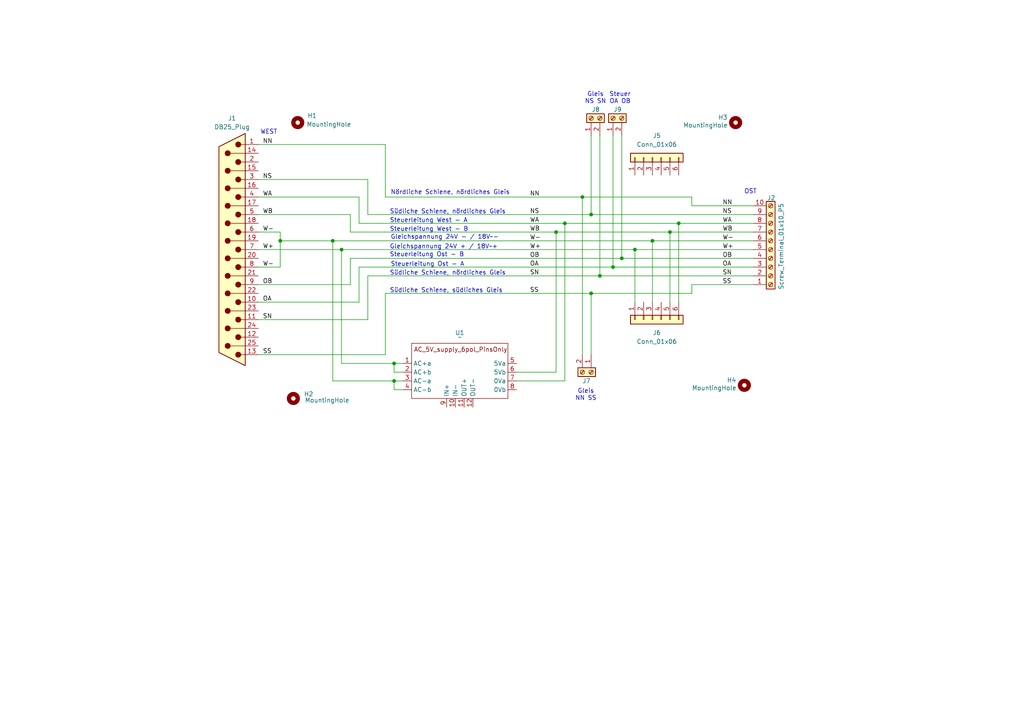
<source format=kicad_sch>
(kicad_sch (version 20231120) (generator "eeschema") (generator_version "8.0")
  (paper "A4")
  (lib_symbols
    (symbol "Connector:DB25_Plug" (pin_names (offset 1.016) hide)
      (property "Reference" "J" (at 0 34.29 0))
      (property "Value" "DB25_Plug" (at 0 -34.925 0))
      (symbol "DB25_Plug_0_1"
        (circle (center -1.778 -30.48) (radius 0.762) (fill (type outline)))
        (circle (center -1.778 -25.4) (radius 0.762) (fill (type outline)))
        (circle (center -1.778 -20.32) (radius 0.762) (fill (type outline)))
        (circle (center -1.778 -15.24) (radius 0.762) (fill (type outline)))
        (circle (center -1.778 -10.16) (radius 0.762) (fill (type outline)))
        (circle (center -1.778 -5.08) (radius 0.762) (fill (type outline)))
        (circle (center -1.778 0) (radius 0.762) (fill (type outline)))
        (circle (center -1.778 5.08) (radius 0.762) (fill (type outline)))
        (circle (center -1.778 10.16) (radius 0.762) (fill (type outline)))
        (circle (center -1.778 15.24) (radius 0.762) (fill (type outline)))
        (circle (center -1.778 20.32) (radius 0.762) (fill (type outline)))
        (circle (center -1.778 25.4) (radius 0.762) (fill (type outline)))
        (circle (center -1.778 30.48) (radius 0.762) (fill (type outline)))
        (polyline (pts (xy -3.81 -30.48) (xy -2.54 -30.48)))
        (polyline (pts (xy -3.81 -27.94) (xy 0.508 -27.94)))
        (polyline (pts (xy -3.81 -25.4) (xy -2.54 -25.4)))
        (polyline (pts (xy -3.81 -22.86) (xy 0.508 -22.86)))
        (polyline (pts (xy -3.81 -20.32) (xy -2.54 -20.32)))
        (polyline (pts (xy -3.81 -17.78) (xy 0.508 -17.78)))
        (polyline (pts (xy -3.81 -15.24) (xy -2.54 -15.24)))
        (polyline (pts (xy -3.81 -12.7) (xy 0.508 -12.7)))
        (polyline (pts (xy -3.81 -10.16) (xy -2.54 -10.16)))
        (polyline (pts (xy -3.81 -7.62) (xy 0.508 -7.62)))
        (polyline (pts (xy -3.81 -5.08) (xy -2.54 -5.08)))
        (polyline (pts (xy -3.81 -2.54) (xy 0.508 -2.54)))
        (polyline (pts (xy -3.81 0) (xy -2.54 0)))
        (polyline (pts (xy -3.81 2.54) (xy 0.508 2.54)))
        (polyline (pts (xy -3.81 5.08) (xy -2.54 5.08)))
        (polyline (pts (xy -3.81 7.62) (xy 0.508 7.62)))
        (polyline (pts (xy -3.81 10.16) (xy -2.54 10.16)))
        (polyline (pts (xy -3.81 12.7) (xy 0.508 12.7)))
        (polyline (pts (xy -3.81 15.24) (xy -2.54 15.24)))
        (polyline (pts (xy -3.81 17.78) (xy 0.508 17.78)))
        (polyline (pts (xy -3.81 20.32) (xy -2.54 20.32)))
        (polyline (pts (xy -3.81 22.86) (xy 0.508 22.86)))
        (polyline (pts (xy -3.81 25.4) (xy -2.54 25.4)))
        (polyline (pts (xy -3.81 27.94) (xy 0.508 27.94)))
        (polyline (pts (xy -3.81 30.48) (xy -2.54 30.48)))
        (polyline (pts (xy -3.81 -33.655) (xy 3.81 -29.845) (xy 3.81 29.845) (xy -3.81 33.655) (xy -3.81 -33.655)) (stroke (width 0.254)) (fill (type background)))
        (circle (center 1.27 -27.94) (radius 0.762) (fill (type outline)))
        (circle (center 1.27 -22.86) (radius 0.762) (fill (type outline)))
        (circle (center 1.27 -17.78) (radius 0.762) (fill (type outline)))
        (circle (center 1.27 -12.7) (radius 0.762) (fill (type outline)))
        (circle (center 1.27 -7.62) (radius 0.762) (fill (type outline)))
        (circle (center 1.27 -2.54) (radius 0.762) (fill (type outline)))
        (circle (center 1.27 2.54) (radius 0.762) (fill (type outline)))
        (circle (center 1.27 7.62) (radius 0.762) (fill (type outline)))
        (circle (center 1.27 12.7) (radius 0.762) (fill (type outline)))
        (circle (center 1.27 17.78) (radius 0.762) (fill (type outline)))
        (circle (center 1.27 22.86) (radius 0.762) (fill (type outline)))
        (circle (center 1.27 27.94) (radius 0.762) (fill (type outline)))
      )
      (symbol "DB25_Plug_1_1"
        (pin passive line (at -7.62 -30.48 0) (length 3.81) (name "1") (number "1"))
        (pin passive line (at -7.62 15.24 0) (length 3.81) (name "10") (number "10"))
        (pin passive line (at -7.62 20.32 0) (length 3.81) (name "11") (number "11"))
        (pin passive line (at -7.62 25.4 0) (length 3.81) (name "12") (number "12"))
        (pin passive line (at -7.62 30.48 0) (length 3.81) (name "13") (number "13"))
        (pin passive line (at -7.62 -27.94 0) (length 3.81) (name "P14") (number "14"))
        (pin passive line (at -7.62 -22.86 0) (length 3.81) (name "P15") (number "15"))
        (pin passive line (at -7.62 -17.78 0) (length 3.81) (name "P16") (number "16"))
        (pin passive line (at -7.62 -12.7 0) (length 3.81) (name "P17") (number "17"))
        (pin passive line (at -7.62 -7.62 0) (length 3.81) (name "P18") (number "18"))
        (pin passive line (at -7.62 -2.54 0) (length 3.81) (name "P19") (number "19"))
        (pin passive line (at -7.62 -25.4 0) (length 3.81) (name "2") (number "2"))
        (pin passive line (at -7.62 2.54 0) (length 3.81) (name "P20") (number "20"))
        (pin passive line (at -7.62 7.62 0) (length 3.81) (name "P21") (number "21"))
        (pin passive line (at -7.62 12.7 0) (length 3.81) (name "P22") (number "22"))
        (pin passive line (at -7.62 17.78 0) (length 3.81) (name "P23") (number "23"))
        (pin passive line (at -7.62 22.86 0) (length 3.81) (name "P24") (number "24"))
        (pin passive line (at -7.62 27.94 0) (length 3.81) (name "P25") (number "25"))
        (pin passive line (at -7.62 -20.32 0) (length 3.81) (name "3") (number "3"))
        (pin passive line (at -7.62 -15.24 0) (length 3.81) (name "4") (number "4"))
        (pin passive line (at -7.62 -10.16 0) (length 3.81) (name "5") (number "5"))
        (pin passive line (at -7.62 -5.08 0) (length 3.81) (name "6") (number "6"))
        (pin passive line (at -7.62 0 0) (length 3.81) (name "7") (number "7"))
        (pin passive line (at -7.62 5.08 0) (length 3.81) (name "8") (number "8"))
        (pin passive line (at -7.62 10.16 0) (length 3.81) (name "9") (number "9"))
      )
    )
    (symbol "Connector_Generic:Conn_01x06" (pin_names (offset 1.016) hide)
      (property "Reference" "J" (at 0 7.62 0))
      (property "Value" "Conn_01x06" (at 0 -10.16 0))
      (symbol "Conn_01x06_1_1"
        (rectangle (start -1.27 -7.493) (end 0 -7.747) (stroke (width 0.1524)))
        (rectangle (start -1.27 -4.953) (end 0 -5.207) (stroke (width 0.1524)))
        (rectangle (start -1.27 -2.413) (end 0 -2.667) (stroke (width 0.1524)))
        (rectangle (start -1.27 0.127) (end 0 -0.127) (stroke (width 0.1524)))
        (rectangle (start -1.27 2.667) (end 0 2.413) (stroke (width 0.1524)))
        (rectangle (start -1.27 5.207) (end 0 4.953) (stroke (width 0.1524)))
        (rectangle (start -1.27 6.35) (end 1.27 -8.89) (stroke (width 0.254)) (fill (type background)))
        (pin passive line (at -5.08 5.08 0) (length 3.81) (name "Pin_1") (number "1"))
        (pin passive line (at -5.08 2.54 0) (length 3.81) (name "Pin_2") (number "2"))
        (pin passive line (at -5.08 0 0) (length 3.81) (name "Pin_3") (number "3"))
        (pin passive line (at -5.08 -2.54 0) (length 3.81) (name "Pin_4") (number "4"))
        (pin passive line (at -5.08 -5.08 0) (length 3.81) (name "Pin_5") (number "5"))
        (pin passive line (at -5.08 -7.62 0) (length 3.81) (name "Pin_6") (number "6"))
      )
    )
    (symbol "Mechanical:MountingHole" (pin_names (offset 1.016)) (exclude_from_sim yes) (in_bom no)
      (property "Reference" "H" (at 0 5.08 0))
      (property "Value" "MountingHole" (at 0 3.175 0))
      (symbol "MountingHole_0_1"
        (circle (center 0 0) (radius 1.27) (stroke (width 1.27)))
      )
    )
    (symbol "_kh_library:AC_5V_supply_6pol"
      (property "Reference" "U" (at 16.256 7.112 0))
      (symbol "AC_5V_supply_6pol_0_1"
        (rectangle (start 2.54 5.842) (end 30.48 -10.16))
      )
      (symbol "AC_5V_supply_6pol_1_1"
        (text "AC_5V_supply_6pol_PinsOnly" (at 16.764 4.064 0) (effects (font (size 1.27 1.27))))
        (pin passive line (at 0 0 0) (length 2.54) (name "AC+a") (number "1"))
        (pin passive line (at 15.24 -12.7 90) (length 2.54) (name "IN-") (number "10"))
        (pin passive line (at 17.78 -12.7 90) (length 2.54) (name "OUT+") (number "11"))
        (pin passive line (at 20.32 -12.7 90) (length 2.54) (name "OUT-") (number "12"))
        (pin passive line (at 0 -2.54 0) (length 2.54) (name "AC+b") (number "2"))
        (pin passive line (at 0 -5.08 0) (length 2.54) (name "AC-a") (number "3"))
        (pin passive line (at 0 -7.62 0) (length 2.54) (name "AC-b") (number "4"))
        (pin passive line (at 33.02 0 180) (length 2.54) (name "5Va") (number "5"))
        (pin passive line (at 33.02 -2.54 180) (length 2.54) (name "5Vb") (number "6"))
        (pin passive line (at 33.02 -5.08 180) (length 2.54) (name "0Va") (number "7"))
        (pin passive line (at 33.02 -7.62 180) (length 2.54) (name "0Vb") (number "8"))
        (pin passive line (at 12.7 -12.7 90) (length 2.54) (name "IN+") (number "9"))
      )
    )
    (symbol "_kh_library:Screw_Terminal_01x02_P5" (pin_names (offset 1.016) hide)
      (property "Reference" "J" (at 2.286 0 0))
      (property "Value" "Screw_Terminal_01x02_P5" (at 6.35 -1.016 90))
      (symbol "Screw_Terminal_01x02_P5_1_1"
        (rectangle (start -1.27 1.27) (end 1.27 -3.81) (stroke (width 0.254)) (fill (type background)))
        (circle (center 0 -2.54) (radius 0.635) (stroke (width 0.1524)))
        (polyline (pts (xy -0.5334 -2.2098) (xy 0.3302 -3.048)) (stroke (width 0.1524)))
        (polyline (pts (xy -0.5334 0.3302) (xy 0.3302 -0.508)) (stroke (width 0.1524)))
        (polyline (pts (xy -0.3556 -2.032) (xy 0.508 -2.8702)) (stroke (width 0.1524)))
        (polyline (pts (xy -0.3556 0.508) (xy 0.508 -0.3302)) (stroke (width 0.1524)))
        (circle (center 0 0) (radius 0.635) (stroke (width 0.1524)))
        (pin passive line (at -5.08 0 0) (length 3.81) (name "Pin_1") (number "1"))
        (pin passive line (at -5.08 -2.54 0) (length 3.81) (name "Pin_2") (number "2"))
      )
    )
    (symbol "_kh_library:Screw_Terminal_01x10_P5" (pin_names (offset 1.016) hide)
      (property "Reference" "J" (at 0 12.7 0))
      (property "Value" "Screw_Terminal_01x10_P5" (at 3.556 -1.016 90))
      (symbol "Screw_Terminal_01x10_P5_1_1"
        (rectangle (start -1.27 11.43) (end 1.27 -13.97) (stroke (width 0.254)) (fill (type background)))
        (circle (center 0 -12.7) (radius 0.635) (stroke (width 0.1524)))
        (circle (center 0 -10.16) (radius 0.635) (stroke (width 0.1524)))
        (circle (center 0 -7.62) (radius 0.635) (stroke (width 0.1524)))
        (circle (center 0 -5.08) (radius 0.635) (stroke (width 0.1524)))
        (circle (center 0 -2.54) (radius 0.635) (stroke (width 0.1524)))
        (polyline (pts (xy -0.5334 -12.3698) (xy 0.3302 -13.208)) (stroke (width 0.1524)))
        (polyline (pts (xy -0.5334 -9.8298) (xy 0.3302 -10.668)) (stroke (width 0.1524)))
        (polyline (pts (xy -0.5334 -7.2898) (xy 0.3302 -8.128)) (stroke (width 0.1524)))
        (polyline (pts (xy -0.5334 -4.7498) (xy 0.3302 -5.588)) (stroke (width 0.1524)))
        (polyline (pts (xy -0.5334 -2.2098) (xy 0.3302 -3.048)) (stroke (width 0.1524)))
        (polyline (pts (xy -0.5334 0.3302) (xy 0.3302 -0.508)) (stroke (width 0.1524)))
        (polyline (pts (xy -0.5334 2.8702) (xy 0.3302 2.032)) (stroke (width 0.1524)))
        (polyline (pts (xy -0.5334 5.4102) (xy 0.3302 4.572)) (stroke (width 0.1524)))
        (polyline (pts (xy -0.5334 7.9502) (xy 0.3302 7.112)) (stroke (width 0.1524)))
        (polyline (pts (xy -0.5334 10.4902) (xy 0.3302 9.652)) (stroke (width 0.1524)))
        (polyline (pts (xy -0.3556 -12.192) (xy 0.508 -13.0302)) (stroke (width 0.1524)))
        (polyline (pts (xy -0.3556 -9.652) (xy 0.508 -10.4902)) (stroke (width 0.1524)))
        (polyline (pts (xy -0.3556 -7.112) (xy 0.508 -7.9502)) (stroke (width 0.1524)))
        (polyline (pts (xy -0.3556 -4.572) (xy 0.508 -5.4102)) (stroke (width 0.1524)))
        (polyline (pts (xy -0.3556 -2.032) (xy 0.508 -2.8702)) (stroke (width 0.1524)))
        (polyline (pts (xy -0.3556 0.508) (xy 0.508 -0.3302)) (stroke (width 0.1524)))
        (polyline (pts (xy -0.3556 3.048) (xy 0.508 2.2098)) (stroke (width 0.1524)))
        (polyline (pts (xy -0.3556 5.588) (xy 0.508 4.7498)) (stroke (width 0.1524)))
        (polyline (pts (xy -0.3556 8.128) (xy 0.508 7.2898)) (stroke (width 0.1524)))
        (polyline (pts (xy -0.3556 10.668) (xy 0.508 9.8298)) (stroke (width 0.1524)))
        (circle (center 0 0) (radius 0.635) (stroke (width 0.1524)))
        (circle (center 0 2.54) (radius 0.635) (stroke (width 0.1524)))
        (circle (center 0 5.08) (radius 0.635) (stroke (width 0.1524)))
        (circle (center 0 7.62) (radius 0.635) (stroke (width 0.1524)))
        (circle (center 0 10.16) (radius 0.635) (stroke (width 0.1524)))
        (pin passive line (at -5.08 10.16 0) (length 3.81) (name "Pin_1") (number "1"))
        (pin passive line (at -5.08 -12.7 0) (length 3.81) (name "Pin_10") (number "10"))
        (pin passive line (at -5.08 7.62 0) (length 3.81) (name "Pin_2") (number "2"))
        (pin passive line (at -5.08 5.08 0) (length 3.81) (name "Pin_3") (number "3"))
        (pin passive line (at -5.08 2.54 0) (length 3.81) (name "Pin_4") (number "4"))
        (pin passive line (at -5.08 0 0) (length 3.81) (name "Pin_5") (number "5"))
        (pin passive line (at -5.08 -2.54 0) (length 3.81) (name "Pin_6") (number "6"))
        (pin passive line (at -5.08 -5.08 0) (length 3.81) (name "Pin_7") (number "7"))
        (pin passive line (at -5.08 -7.62 0) (length 3.81) (name "Pin_8") (number "8"))
        (pin passive line (at -5.08 -10.16 0) (length 3.81) (name "Pin_9") (number "9"))
      )
    )
  )
  (junction (at 171.45 62.23))
  (junction (at 81.28 69.85))
  (junction (at 194.31 67.31))
  (junction (at 173.99 80.01))
  (junction (at 163.83 64.77))
  (junction (at 184.15 72.39))
  (junction (at 180.34 74.93))
  (junction (at 161.29 67.31))
  (junction (at 168.91 57.15))
  (junction (at 189.23 69.85))
  (junction (at 99.06 72.39))
  (junction (at 196.85 64.77))
  (junction (at 171.45 85.09))
  (junction (at 114.3 110.49))
  (junction (at 114.3 105.41))
  (junction (at 177.8 77.47))
  (junction (at 96.52 69.85))
  (wire (pts (xy 111.76 41.91) (xy 111.76 57.15)))
  (wire (pts (xy 171.45 85.09) (xy 171.45 102.87)))
  (wire (pts (xy 173.99 80.01) (xy 218.44 80.01)))
  (wire (pts (xy 194.31 67.31) (xy 194.31 87.63)))
  (wire (pts (xy 184.15 72.39) (xy 218.44 72.39)))
  (wire (pts (xy 200.66 85.09) (xy 200.66 82.55)))
  (wire (pts (xy 184.15 72.39) (xy 184.15 87.63)))
  (wire (pts (xy 189.23 69.85) (xy 189.23 87.63)))
  (wire (pts (xy 74.93 41.91) (xy 111.76 41.91)))
  (wire (pts (xy 116.84 110.49) (xy 114.3 110.49)))
  (wire (pts (xy 168.91 57.15) (xy 200.66 57.15)))
  (wire (pts (xy 194.31 67.31) (xy 218.44 67.31)))
  (wire (pts (xy 177.8 77.47) (xy 218.44 77.47)))
  (wire (pts (xy 74.93 102.87) (xy 111.76 102.87)))
  (wire (pts (xy 99.06 72.39) (xy 184.15 72.39)))
  (wire (pts (xy 189.23 69.85) (xy 218.44 69.85)))
  (wire (pts (xy 161.29 107.95) (xy 161.29 67.31)))
  (wire (pts (xy 74.93 67.31) (xy 81.28 67.31)))
  (wire (pts (xy 74.93 82.55) (xy 101.6 82.55)))
  (wire (pts (xy 111.76 85.09) (xy 171.45 85.09)))
  (wire (pts (xy 104.14 87.63) (xy 104.14 77.47)))
  (wire (pts (xy 149.86 110.49) (xy 163.83 110.49)))
  (wire (pts (xy 161.29 67.31) (xy 194.31 67.31)))
  (wire (pts (xy 74.93 52.07) (xy 106.68 52.07)))
  (wire (pts (xy 96.52 69.85) (xy 96.52 110.49)))
  (wire (pts (xy 99.06 72.39) (xy 99.06 105.41)))
  (wire (pts (xy 196.85 64.77) (xy 196.85 87.63)))
  (wire (pts (xy 111.76 102.87) (xy 111.76 85.09)))
  (wire (pts (xy 163.83 110.49) (xy 163.83 64.77)))
  (wire (pts (xy 114.3 107.95) (xy 116.84 107.95)))
  (wire (pts (xy 104.14 57.15) (xy 104.14 64.77)))
  (wire (pts (xy 114.3 105.41) (xy 114.3 107.95)))
  (wire (pts (xy 173.99 39.37) (xy 173.99 80.01)))
  (wire (pts (xy 81.28 69.85) (xy 81.28 67.31)))
  (wire (pts (xy 180.34 74.93) (xy 218.44 74.93)))
  (wire (pts (xy 111.76 57.15) (xy 168.91 57.15)))
  (wire (pts (xy 200.66 57.15) (xy 200.66 59.69)))
  (wire (pts (xy 114.3 110.49) (xy 114.3 113.03)))
  (wire (pts (xy 106.68 92.71) (xy 106.68 80.01)))
  (wire (pts (xy 104.14 64.77) (xy 163.83 64.77)))
  (wire (pts (xy 74.93 87.63) (xy 104.14 87.63)))
  (wire (pts (xy 74.93 62.23) (xy 101.6 62.23)))
  (wire (pts (xy 106.68 62.23) (xy 171.45 62.23)))
  (wire (pts (xy 74.93 72.39) (xy 99.06 72.39)))
  (wire (pts (xy 74.93 92.71) (xy 106.68 92.71)))
  (wire (pts (xy 96.52 110.49) (xy 114.3 110.49)))
  (wire (pts (xy 177.8 39.37) (xy 177.8 77.47)))
  (wire (pts (xy 96.52 69.85) (xy 189.23 69.85)))
  (wire (pts (xy 99.06 105.41) (xy 114.3 105.41)))
  (wire (pts (xy 218.44 59.69) (xy 200.66 59.69)))
  (wire (pts (xy 81.28 69.85) (xy 81.28 77.47)))
  (wire (pts (xy 106.68 52.07) (xy 106.68 62.23)))
  (wire (pts (xy 196.85 64.77) (xy 218.44 64.77)))
  (wire (pts (xy 116.84 105.41) (xy 114.3 105.41)))
  (wire (pts (xy 101.6 74.93) (xy 180.34 74.93)))
  (wire (pts (xy 101.6 67.31) (xy 161.29 67.31)))
  (wire (pts (xy 114.3 113.03) (xy 116.84 113.03)))
  (wire (pts (xy 180.34 39.37) (xy 180.34 74.93)))
  (wire (pts (xy 149.86 107.95) (xy 161.29 107.95)))
  (wire (pts (xy 163.83 64.77) (xy 196.85 64.77)))
  (wire (pts (xy 171.45 85.09) (xy 200.66 85.09)))
  (wire (pts (xy 154.94 -12.7) (xy 148.59 -12.7)))
  (wire (pts (xy 74.93 77.47) (xy 81.28 77.47)))
  (wire (pts (xy 106.68 80.01) (xy 173.99 80.01)))
  (wire (pts (xy 101.6 62.23) (xy 101.6 67.31)))
  (wire (pts (xy 171.45 62.23) (xy 218.44 62.23)))
  (wire (pts (xy 171.45 39.37) (xy 171.45 62.23)))
  (wire (pts (xy 168.91 57.15) (xy 168.91 102.87)))
  (wire (pts (xy 74.93 57.15) (xy 104.14 57.15)))
  (wire (pts (xy 101.6 82.55) (xy 101.6 74.93)))
  (wire (pts (xy 200.66 82.55) (xy 218.44 82.55)))
  (wire (pts (xy 104.14 77.47) (xy 177.8 77.47)))
  (wire (pts (xy 81.28 69.85) (xy 96.52 69.85)))
  (text "Gleis\nNS SN" (at 172.72 28.448 0) (effects (font (size 1.27 1.27))))
  (text "Südliche Schiene, südliches Gleis" (at 113.03 84.328 0) (effects (font (size 1.27 1.27)) (justify left)))
  (text "Südliche Schiene, nördliches Gleis" (at 113.03 61.468 0) (effects (font (size 1.27 1.27)) (justify left)))
  (text "Steuer\nOA OB" (at 179.832 28.448 0) (effects (font (size 1.27 1.27))))
  (text "Gleichspannung 24V - / 18V~-" (at 113.284 68.834 0) (effects (font (size 1.27 1.27)) (justify left)))
  (text "Nördliche Schiene, nördliches Gleis" (at 113.284 55.88 0) (effects (font (size 1.27 1.27)) (justify left)))
  (text "Steuerleitung West - A" (at 113.03 64.008 0) (effects (font (size 1.27 1.27)) (justify left)))
  (text "Steuerleitung Ost - B" (at 113.03 73.914 0) (effects (font (size 1.27 1.27)) (justify left)))
  (text "Steuerleitung West - B" (at 113.03 66.548 0) (effects (font (size 1.27 1.27)) (justify left)))
  (text "WEST" (at 77.978 38.354 0) (effects (font (size 1.27 1.27))))
  (text "Gleichspannung 24V + / 18V~+" (at 113.03 71.628 0) (effects (font (size 1.27 1.27)) (justify left)))
  (text "OST" (at 217.678 55.626 0) (effects (font (size 1.27 1.27))))
  (text "Gleis\nNN SS" (at 169.926 114.554 0) (effects (font (size 1.27 1.27))))
  (text "Südliche Schiene, nördliches Gleis" (at 113.03 79.248 0) (effects (font (size 1.27 1.27)) (justify left)))
  (text "Steuerleitung Ost - A" (at 113.284 76.708 0) (effects (font (size 1.27 1.27)) (justify left)))
  (label "OA" (at 209.55 77.47 0))
  (label "NS" (at 153.67 62.23 0))
  (label "SN" (at 76.2 92.71 0))
  (label "WB" (at 153.67 67.31 0))
  (label "WB" (at 76.2 62.23 0))
  (label "WA" (at 76.2 57.15 0))
  (label "W-" (at 76.2 77.47 0))
  (label "NN" (at 209.55 59.69 0))
  (label "W-" (at 209.55 69.85 0))
  (label "WB" (at 209.55 67.31 0))
  (label "SS" (at 209.55 82.55 0))
  (label "OB" (at 209.55 74.93 0))
  (label "WA" (at 153.67 64.77 0))
  (label "NS" (at 76.2 52.07 0))
  (label "OB" (at 76.2 82.55 0))
  (label "NN" (at 76.2 41.91 0))
  (label "SS" (at 153.67 85.09 0))
  (label "SS" (at 76.2 102.87 0))
  (label "OA" (at 153.67 77.47 0))
  (label "WA" (at 209.55 64.77 0))
  (label "SN" (at 209.55 80.01 0))
  (label "OA" (at 76.2 87.63 0))
  (label "W+" (at 153.67 72.39 0))
  (label "W-" (at 76.2 67.31 0))
  (label "NS" (at 209.55 62.23 0))
  (label "NN" (at 153.67 57.15 0))
  (label "W-" (at 153.67 69.85 0))
  (label "W+" (at 209.55 72.39 0))
  (label "W+" (at 76.2 72.39 0))
  (label "SN" (at 153.67 80.01 0))
  (label "OB" (at 153.67 74.93 0))
  (symbol (lib_id "Connector:DB25_Plug") (at 67.31 72.39 180) (unit 1)
    (property "Reference" "J1" (at 67.31 34.29 0))
    (property "Value" "DB25_Plug" (at 67.31 36.83 0))
    (property "Footprint" "_kh_library:DSUB-25_Male_Horizontal_P2.77x2.84mm_EdgePinOffset7.70mm_Housed_MountingHolesOffset9.12mm" (effects (hide yes)))
    (property "Description" "25-pin male plug pin D-SUB connector" (effects (hide yes)))
  )
  (symbol (lib_id "Mechanical:MountingHole") (at 215.9 111.76 180) (unit 1) (exclude_from_sim yes) (in_bom no)
    (property "Reference" "H4" (at 210.82 110.236 0) (effects (justify right)))
    (property "Value" "MountingHole" (at 200.66 112.522 0) (effects (justify right)))
    (property "Footprint" "MountingHole:MountingHole_2.7mm_M2.5_DIN965_Pad_TopBottom" (effects (hide yes)))
    (property "Description" "Mounting Hole without connection" (effects (hide yes)))
  )
  (symbol (lib_id "_kh_library:Screw_Terminal_01x02_P5") (at 171.45 34.29 90) (unit 1)
    (property "Reference" "J8" (at 173.99 31.75 90) (effects (justify left)))
    (property "Value" "Screw_Terminal_01x02_P5" (effects (hide yes)))
    (property "Footprint" "_kh_library:Screw_Terminal_01x02_P5" (effects (hide yes)))
    (property "Description" "Generic screw terminal, single row, 01x02, script generated (kicad-library-utils/schlib/autogen/connector/)" (effects (hide yes)))
  )
  (symbol (lib_id "_kh_library:Screw_Terminal_01x02_P5") (at 171.45 107.95 270) (unit 1)
    (property "Reference" "J7" (at 168.91 110.49 90) (effects (justify left)))
    (property "Value" "Screw_Terminal_01x02_P5" (effects (hide yes)))
    (property "Footprint" "_kh_library:Screw_Terminal_01x02_P5" (effects (hide yes)))
    (property "Description" "Generic screw terminal, single row, 01x02, script generated (kicad-library-utils/schlib/autogen/connector/)" (effects (hide yes)))
  )
  (symbol (lib_id "_kh_library:AC_5V_supply_6pol") (at 116.84 105.41 0) (unit 1)
    (property "Reference" "U1" (at 133.35 96.52 0))
    (property "Value" "~" (at 133.35 97.79 0))
    (property "Footprint" "_kh_library:AC_5V_supply_6pol_PinsOnly" (effects (hide yes)))
  )
  (symbol (lib_id "Connector_Generic:Conn_01x06") (at 189.23 92.71 90) (mirror x) (unit 1)
    (property "Reference" "J6" (at 190.5 96.52 90))
    (property "Value" "Conn_01x06" (at 190.5 99.06 90))
    (property "Footprint" "_kh_library:PinSocket_1x06_P2.54mm_Vertical_kh" (effects (hide yes)))
    (property "Description" "Generic connector, single row, 01x06, script generated (kicad-library-utils/schlib/autogen/connector/)" (effects (hide yes)))
  )
  (symbol (lib_id "Connector_Generic:Conn_01x06") (at 189.23 45.72 90) (unit 1)
    (property "Reference" "J5" (at 190.5 39.37 90))
    (property "Value" "Conn_01x06" (at 190.5 41.91 90))
    (property "Footprint" "_kh_library:PinSocket_1x06_P2.54mm_Vertical_kh" (effects (hide yes)))
    (property "Description" "Generic connector, single row, 01x06, script generated (kicad-library-utils/schlib/autogen/connector/)" (effects (hide yes)))
  )
  (symbol (lib_id "Mechanical:MountingHole") (at 86.36 35.56 180) (unit 1) (exclude_from_sim yes) (in_bom no)
    (property "Reference" "H1" (at 89.154 33.528 0) (effects (justify right)))
    (property "Value" "MountingHole" (at 88.9 36.068 0) (effects (justify right)))
    (property "Footprint" "MountingHole:MountingHole_2.7mm_M2.5_DIN965_Pad_TopBottom" (effects (hide yes)))
    (property "Description" "Mounting Hole without connection" (effects (hide yes)))
  )
  (symbol (lib_id "Mechanical:MountingHole") (at 85.09 115.57 180) (unit 1) (exclude_from_sim yes) (in_bom no)
    (property "Reference" "H2" (at 88.138 114.3 0) (effects (justify right)))
    (property "Value" "MountingHole" (at 88.392 116.078 0) (effects (justify right)))
    (property "Footprint" "MountingHole:MountingHole_2.7mm_M2.5_DIN965_Pad_TopBottom" (effects (hide yes)))
    (property "Description" "Mounting Hole without connection" (effects (hide yes)))
  )
  (symbol (lib_id "Mechanical:MountingHole") (at 213.36 35.56 180) (unit 1) (exclude_from_sim yes) (in_bom no)
    (property "Reference" "H3" (at 208.28 34.036 0) (effects (justify right)))
    (property "Value" "MountingHole" (at 198.12 36.322 0) (effects (justify right)))
    (property "Footprint" "MountingHole:MountingHole_2.7mm_M2.5_DIN965_Pad_TopBottom" (effects (hide yes)))
    (property "Description" "Mounting Hole without connection" (effects (hide yes)))
  )
  (symbol (lib_id "_kh_library:Screw_Terminal_01x10_P5") (at 223.52 72.39 0) (mirror x) (unit 1)
    (property "Reference" "J2" (at 222.504 57.404 0) (effects (justify left)))
    (property "Value" "Screw_Terminal_01x10_P5" (at 226.568 58.928 90) (effects (justify left)))
    (property "Footprint" "_kh_library:Screw_Terminal_01x10_P5" (effects (hide yes)))
    (property "Description" "Generic screw terminal, single row, 01x10, script generated (kicad-library-utils/schlib/autogen/connector/)" (effects (hide yes)))
  )
  (symbol (lib_id "_kh_library:Screw_Terminal_01x02_P5") (at 177.8 34.29 90) (unit 1)
    (property "Reference" "J9" (at 180.34 31.75 90) (effects (justify left)))
    (property "Value" "Screw_Terminal_01x02_P5" (effects (hide yes)))
    (property "Footprint" "_kh_library:Screw_Terminal_01x02_P5" (effects (hide yes)))
    (property "Description" "Generic screw terminal, single row, 01x02, script generated (kicad-library-utils/schlib/autogen/connector/)" (effects (hide yes)))
  )
)
</source>
